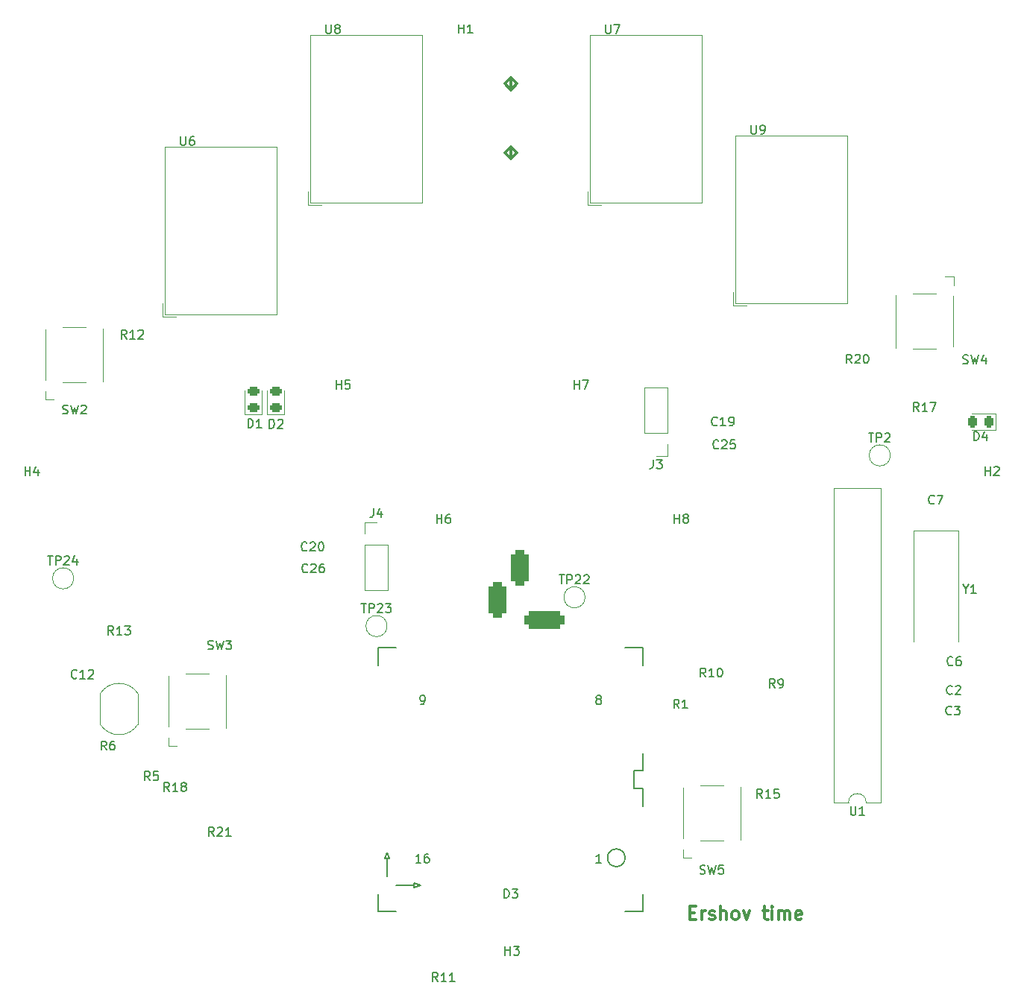
<source format=gbr>
%TF.GenerationSoftware,KiCad,Pcbnew,(6.0.5-0)*%
%TF.CreationDate,2022-07-19T01:27:06-07:00*%
%TF.ProjectId,clock_design,636c6f63-6b5f-4646-9573-69676e2e6b69,rev?*%
%TF.SameCoordinates,PX56c8cc0PY97a25c0*%
%TF.FileFunction,Legend,Top*%
%TF.FilePolarity,Positive*%
%FSLAX46Y46*%
G04 Gerber Fmt 4.6, Leading zero omitted, Abs format (unit mm)*
G04 Created by KiCad (PCBNEW (6.0.5-0)) date 2022-07-19 01:27:06*
%MOMM*%
%LPD*%
G01*
G04 APERTURE LIST*
G04 Aperture macros list*
%AMRoundRect*
0 Rectangle with rounded corners*
0 $1 Rounding radius*
0 $2 $3 $4 $5 $6 $7 $8 $9 X,Y pos of 4 corners*
0 Add a 4 corners polygon primitive as box body*
4,1,4,$2,$3,$4,$5,$6,$7,$8,$9,$2,$3,0*
0 Add four circle primitives for the rounded corners*
1,1,$1+$1,$2,$3*
1,1,$1+$1,$4,$5*
1,1,$1+$1,$6,$7*
1,1,$1+$1,$8,$9*
0 Add four rect primitives between the rounded corners*
20,1,$1+$1,$2,$3,$4,$5,0*
20,1,$1+$1,$4,$5,$6,$7,0*
20,1,$1+$1,$6,$7,$8,$9,0*
20,1,$1+$1,$8,$9,$2,$3,0*%
G04 Aperture macros list end*
%ADD10C,0.300000*%
%ADD11C,0.150000*%
%ADD12C,0.120000*%
%ADD13C,2.000000*%
%ADD14C,1.524000*%
%ADD15R,1.400000X1.600000*%
%ADD16R,1.700000X1.700000*%
%ADD17C,1.700000*%
%ADD18C,3.200000*%
%ADD19R,1.150000X1.400000*%
%ADD20R,1.400000X1.150000*%
%ADD21R,2.000000X4.500000*%
%ADD22RoundRect,0.243750X0.456250X-0.243750X0.456250X0.243750X-0.456250X0.243750X-0.456250X-0.243750X0*%
%ADD23RoundRect,0.243750X0.243750X0.456250X-0.243750X0.456250X-0.243750X-0.456250X0.243750X-0.456250X0*%
%ADD24O,1.700000X1.700000*%
%ADD25R,1.600000X1.600000*%
%ADD26O,1.600000X1.600000*%
%ADD27RoundRect,0.500000X-1.750000X-0.500000X1.750000X-0.500000X1.750000X0.500000X-1.750000X0.500000X0*%
%ADD28RoundRect,0.500000X0.500000X-1.500000X0.500000X1.500000X-0.500000X1.500000X-0.500000X-1.500000X0*%
%ADD29C,1.600000*%
%ADD30R,3.000000X3.000000*%
%ADD31C,3.000000*%
G04 APERTURE END LIST*
D10*
X58895185Y100115913D02*
X59609470Y99401627D01*
X58895185Y98687341D01*
X58180899Y99401627D01*
X58895185Y100115913D01*
X58895185Y98687341D01*
X58895185Y107973055D02*
X59609470Y107258770D01*
X58895185Y106544484D01*
X58180899Y107258770D01*
X58895185Y107973055D01*
X58895185Y106544484D01*
X79208571Y13057143D02*
X79708571Y13057143D01*
X79922857Y12271429D02*
X79208571Y12271429D01*
X79208571Y13771429D01*
X79922857Y13771429D01*
X80565714Y12271429D02*
X80565714Y13271429D01*
X80565714Y12985715D02*
X80637142Y13128572D01*
X80708571Y13200000D01*
X80851428Y13271429D01*
X80994285Y13271429D01*
X81422857Y12342858D02*
X81565714Y12271429D01*
X81851428Y12271429D01*
X81994285Y12342858D01*
X82065714Y12485715D01*
X82065714Y12557143D01*
X81994285Y12700000D01*
X81851428Y12771429D01*
X81637142Y12771429D01*
X81494285Y12842858D01*
X81422857Y12985715D01*
X81422857Y13057143D01*
X81494285Y13200000D01*
X81637142Y13271429D01*
X81851428Y13271429D01*
X81994285Y13200000D01*
X82708571Y12271429D02*
X82708571Y13771429D01*
X83351428Y12271429D02*
X83351428Y13057143D01*
X83280000Y13200000D01*
X83137142Y13271429D01*
X82922857Y13271429D01*
X82780000Y13200000D01*
X82708571Y13128572D01*
X84280000Y12271429D02*
X84137142Y12342858D01*
X84065714Y12414286D01*
X83994285Y12557143D01*
X83994285Y12985715D01*
X84065714Y13128572D01*
X84137142Y13200000D01*
X84280000Y13271429D01*
X84494285Y13271429D01*
X84637142Y13200000D01*
X84708571Y13128572D01*
X84780000Y12985715D01*
X84780000Y12557143D01*
X84708571Y12414286D01*
X84637142Y12342858D01*
X84494285Y12271429D01*
X84280000Y12271429D01*
X85280000Y13271429D02*
X85637142Y12271429D01*
X85994285Y13271429D01*
X87494285Y13271429D02*
X88065714Y13271429D01*
X87708571Y13771429D02*
X87708571Y12485715D01*
X87780000Y12342858D01*
X87922857Y12271429D01*
X88065714Y12271429D01*
X88565714Y12271429D02*
X88565714Y13271429D01*
X88565714Y13771429D02*
X88494285Y13700000D01*
X88565714Y13628572D01*
X88637142Y13700000D01*
X88565714Y13771429D01*
X88565714Y13628572D01*
X89280000Y12271429D02*
X89280000Y13271429D01*
X89280000Y13128572D02*
X89351428Y13200000D01*
X89494285Y13271429D01*
X89708571Y13271429D01*
X89851428Y13200000D01*
X89922857Y13057143D01*
X89922857Y12271429D01*
X89922857Y13057143D02*
X89994285Y13200000D01*
X90137142Y13271429D01*
X90351428Y13271429D01*
X90494285Y13200000D01*
X90565714Y13057143D01*
X90565714Y12271429D01*
X91851428Y12342858D02*
X91708571Y12271429D01*
X91422857Y12271429D01*
X91280000Y12342858D01*
X91208571Y12485715D01*
X91208571Y13057143D01*
X91280000Y13200000D01*
X91422857Y13271429D01*
X91708571Y13271429D01*
X91851428Y13200000D01*
X91922857Y13057143D01*
X91922857Y12914286D01*
X91208571Y12771429D01*
D11*
%TO.C,TP24*%
X6321904Y53595620D02*
X6893333Y53595620D01*
X6607619Y52595620D02*
X6607619Y53595620D01*
X7226666Y52595620D02*
X7226666Y53595620D01*
X7607619Y53595620D01*
X7702857Y53548000D01*
X7750476Y53500381D01*
X7798095Y53405143D01*
X7798095Y53262286D01*
X7750476Y53167048D01*
X7702857Y53119429D01*
X7607619Y53071810D01*
X7226666Y53071810D01*
X8179047Y53500381D02*
X8226666Y53548000D01*
X8321904Y53595620D01*
X8560000Y53595620D01*
X8655238Y53548000D01*
X8702857Y53500381D01*
X8750476Y53405143D01*
X8750476Y53309905D01*
X8702857Y53167048D01*
X8131428Y52595620D01*
X8750476Y52595620D01*
X9607619Y53262286D02*
X9607619Y52595620D01*
X9369523Y53643239D02*
X9131428Y52928953D01*
X9750476Y52928953D01*
%TO.C,TP23*%
X41899058Y48174415D02*
X42470487Y48174415D01*
X42184773Y47174415D02*
X42184773Y48174415D01*
X42803820Y47174415D02*
X42803820Y48174415D01*
X43184773Y48174415D01*
X43280011Y48126795D01*
X43327630Y48079176D01*
X43375249Y47983938D01*
X43375249Y47841081D01*
X43327630Y47745843D01*
X43280011Y47698224D01*
X43184773Y47650605D01*
X42803820Y47650605D01*
X43756201Y48079176D02*
X43803820Y48126795D01*
X43899058Y48174415D01*
X44137154Y48174415D01*
X44232392Y48126795D01*
X44280011Y48079176D01*
X44327630Y47983938D01*
X44327630Y47888700D01*
X44280011Y47745843D01*
X43708582Y47174415D01*
X44327630Y47174415D01*
X44660963Y48174415D02*
X45280011Y48174415D01*
X44946677Y47793462D01*
X45089534Y47793462D01*
X45184773Y47745843D01*
X45232392Y47698224D01*
X45280011Y47602986D01*
X45280011Y47364891D01*
X45232392Y47269653D01*
X45184773Y47222034D01*
X45089534Y47174415D01*
X44803820Y47174415D01*
X44708582Y47222034D01*
X44660963Y47269653D01*
%TO.C,TP22*%
X64375374Y51444155D02*
X64946803Y51444155D01*
X64661089Y50444155D02*
X64661089Y51444155D01*
X65280136Y50444155D02*
X65280136Y51444155D01*
X65661089Y51444155D01*
X65756327Y51396535D01*
X65803946Y51348916D01*
X65851565Y51253678D01*
X65851565Y51110821D01*
X65803946Y51015583D01*
X65756327Y50967964D01*
X65661089Y50920345D01*
X65280136Y50920345D01*
X66232517Y51348916D02*
X66280136Y51396535D01*
X66375374Y51444155D01*
X66613470Y51444155D01*
X66708708Y51396535D01*
X66756327Y51348916D01*
X66803946Y51253678D01*
X66803946Y51158440D01*
X66756327Y51015583D01*
X66184898Y50444155D01*
X66803946Y50444155D01*
X67184898Y51348916D02*
X67232517Y51396535D01*
X67327755Y51444155D01*
X67565850Y51444155D01*
X67661089Y51396535D01*
X67708708Y51348916D01*
X67756327Y51253678D01*
X67756327Y51158440D01*
X67708708Y51015583D01*
X67137279Y50444155D01*
X67756327Y50444155D01*
%TO.C,D3*%
X58121904Y14737620D02*
X58121904Y15737620D01*
X58360000Y15737620D01*
X58502857Y15690000D01*
X58598095Y15594762D01*
X58645714Y15499524D01*
X58693333Y15309048D01*
X58693333Y15166191D01*
X58645714Y14975715D01*
X58598095Y14880477D01*
X58502857Y14785239D01*
X58360000Y14737620D01*
X58121904Y14737620D01*
X59026666Y15737620D02*
X59645714Y15737620D01*
X59312380Y15356667D01*
X59455238Y15356667D01*
X59550476Y15309048D01*
X59598095Y15261429D01*
X59645714Y15166191D01*
X59645714Y14928096D01*
X59598095Y14832858D01*
X59550476Y14785239D01*
X59455238Y14737620D01*
X59169523Y14737620D01*
X59074285Y14785239D01*
X59026666Y14832858D01*
X69145714Y18737620D02*
X68574285Y18737620D01*
X68860000Y18737620D02*
X68860000Y19737620D01*
X68764761Y19594762D01*
X68669523Y19499524D01*
X68574285Y19451905D01*
X48669523Y18737620D02*
X48098095Y18737620D01*
X48383809Y18737620D02*
X48383809Y19737620D01*
X48288571Y19594762D01*
X48193333Y19499524D01*
X48098095Y19451905D01*
X49526666Y19737620D02*
X49336190Y19737620D01*
X49240952Y19690000D01*
X49193333Y19642381D01*
X49098095Y19499524D01*
X49050476Y19309048D01*
X49050476Y18928096D01*
X49098095Y18832858D01*
X49145714Y18785239D01*
X49240952Y18737620D01*
X49431428Y18737620D01*
X49526666Y18785239D01*
X49574285Y18832858D01*
X49621904Y18928096D01*
X49621904Y19166191D01*
X49574285Y19261429D01*
X49526666Y19309048D01*
X49431428Y19356667D01*
X49240952Y19356667D01*
X49145714Y19309048D01*
X49098095Y19261429D01*
X49050476Y19166191D01*
X48669523Y36737620D02*
X48860000Y36737620D01*
X48955238Y36785239D01*
X49002857Y36832858D01*
X49098095Y36975715D01*
X49145714Y37166191D01*
X49145714Y37547143D01*
X49098095Y37642381D01*
X49050476Y37690000D01*
X48955238Y37737620D01*
X48764761Y37737620D01*
X48669523Y37690000D01*
X48621904Y37642381D01*
X48574285Y37547143D01*
X48574285Y37309048D01*
X48621904Y37213810D01*
X48669523Y37166191D01*
X48764761Y37118572D01*
X48955238Y37118572D01*
X49050476Y37166191D01*
X49098095Y37213810D01*
X49145714Y37309048D01*
X68764761Y37309048D02*
X68669523Y37356667D01*
X68621904Y37404286D01*
X68574285Y37499524D01*
X68574285Y37547143D01*
X68621904Y37642381D01*
X68669523Y37690000D01*
X68764761Y37737620D01*
X68955238Y37737620D01*
X69050476Y37690000D01*
X69098095Y37642381D01*
X69145714Y37547143D01*
X69145714Y37499524D01*
X69098095Y37404286D01*
X69050476Y37356667D01*
X68955238Y37309048D01*
X68764761Y37309048D01*
X68669523Y37261429D01*
X68621904Y37213810D01*
X68574285Y37118572D01*
X68574285Y36928096D01*
X68621904Y36832858D01*
X68669523Y36785239D01*
X68764761Y36737620D01*
X68955238Y36737620D01*
X69050476Y36785239D01*
X69098095Y36832858D01*
X69145714Y36928096D01*
X69145714Y37118572D01*
X69098095Y37213810D01*
X69050476Y37261429D01*
X68955238Y37309048D01*
%TO.C,SW2*%
X8018950Y69776116D02*
X8161807Y69728497D01*
X8399903Y69728497D01*
X8495141Y69776116D01*
X8542760Y69823735D01*
X8590379Y69918973D01*
X8590379Y70014211D01*
X8542760Y70109449D01*
X8495141Y70157068D01*
X8399903Y70204687D01*
X8209426Y70252306D01*
X8114188Y70299925D01*
X8066569Y70347544D01*
X8018950Y70442782D01*
X8018950Y70538020D01*
X8066569Y70633258D01*
X8114188Y70680877D01*
X8209426Y70728497D01*
X8447522Y70728497D01*
X8590379Y70680877D01*
X8923712Y70728497D02*
X9161807Y69728497D01*
X9352284Y70442782D01*
X9542760Y69728497D01*
X9780855Y70728497D01*
X10114188Y70633258D02*
X10161807Y70680877D01*
X10257045Y70728497D01*
X10495141Y70728497D01*
X10590379Y70680877D01*
X10637998Y70633258D01*
X10685617Y70538020D01*
X10685617Y70442782D01*
X10637998Y70299925D01*
X10066569Y69728497D01*
X10685617Y69728497D01*
%TO.C,U6*%
X21395095Y101254620D02*
X21395095Y100445096D01*
X21442714Y100349858D01*
X21490333Y100302239D01*
X21585571Y100254620D01*
X21776047Y100254620D01*
X21871285Y100302239D01*
X21918904Y100349858D01*
X21966523Y100445096D01*
X21966523Y101254620D01*
X22871285Y101254620D02*
X22680809Y101254620D01*
X22585571Y101207000D01*
X22537952Y101159381D01*
X22442714Y101016524D01*
X22395095Y100826048D01*
X22395095Y100445096D01*
X22442714Y100349858D01*
X22490333Y100302239D01*
X22585571Y100254620D01*
X22776047Y100254620D01*
X22871285Y100302239D01*
X22918904Y100349858D01*
X22966523Y100445096D01*
X22966523Y100683191D01*
X22918904Y100778429D01*
X22871285Y100826048D01*
X22776047Y100873667D01*
X22585571Y100873667D01*
X22490333Y100826048D01*
X22442714Y100778429D01*
X22395095Y100683191D01*
%TO.C,H4*%
X3738095Y62747620D02*
X3738095Y63747620D01*
X3738095Y63271429D02*
X4309523Y63271429D01*
X4309523Y62747620D02*
X4309523Y63747620D01*
X5214285Y63414286D02*
X5214285Y62747620D01*
X4976190Y63795239D02*
X4738095Y63080953D01*
X5357142Y63080953D01*
%TO.C,U8*%
X37905095Y113954620D02*
X37905095Y113145096D01*
X37952714Y113049858D01*
X38000333Y113002239D01*
X38095571Y112954620D01*
X38286047Y112954620D01*
X38381285Y113002239D01*
X38428904Y113049858D01*
X38476523Y113145096D01*
X38476523Y113954620D01*
X39095571Y113526048D02*
X39000333Y113573667D01*
X38952714Y113621286D01*
X38905095Y113716524D01*
X38905095Y113764143D01*
X38952714Y113859381D01*
X39000333Y113907000D01*
X39095571Y113954620D01*
X39286047Y113954620D01*
X39381285Y113907000D01*
X39428904Y113859381D01*
X39476523Y113764143D01*
X39476523Y113716524D01*
X39428904Y113621286D01*
X39381285Y113573667D01*
X39286047Y113526048D01*
X39095571Y113526048D01*
X39000333Y113478429D01*
X38952714Y113430810D01*
X38905095Y113335572D01*
X38905095Y113145096D01*
X38952714Y113049858D01*
X39000333Y113002239D01*
X39095571Y112954620D01*
X39286047Y112954620D01*
X39381285Y113002239D01*
X39428904Y113049858D01*
X39476523Y113145096D01*
X39476523Y113335572D01*
X39428904Y113430810D01*
X39381285Y113478429D01*
X39286047Y113526048D01*
%TO.C,C3*%
X108912246Y35627931D02*
X108864627Y35580312D01*
X108721770Y35532693D01*
X108626532Y35532693D01*
X108483674Y35580312D01*
X108388436Y35675550D01*
X108340817Y35770788D01*
X108293198Y35961264D01*
X108293198Y36104121D01*
X108340817Y36294597D01*
X108388436Y36389835D01*
X108483674Y36485073D01*
X108626532Y36532693D01*
X108721770Y36532693D01*
X108864627Y36485073D01*
X108912246Y36437454D01*
X109245579Y36532693D02*
X109864627Y36532693D01*
X109531293Y36151740D01*
X109674151Y36151740D01*
X109769389Y36104121D01*
X109817008Y36056502D01*
X109864627Y35961264D01*
X109864627Y35723169D01*
X109817008Y35627931D01*
X109769389Y35580312D01*
X109674151Y35532693D01*
X109388436Y35532693D01*
X109293198Y35580312D01*
X109245579Y35627931D01*
%TO.C,R21*%
X25197142Y21767620D02*
X24863809Y22243810D01*
X24625714Y21767620D02*
X24625714Y22767620D01*
X25006666Y22767620D01*
X25101904Y22720000D01*
X25149523Y22672381D01*
X25197142Y22577143D01*
X25197142Y22434286D01*
X25149523Y22339048D01*
X25101904Y22291429D01*
X25006666Y22243810D01*
X24625714Y22243810D01*
X25578095Y22672381D02*
X25625714Y22720000D01*
X25720952Y22767620D01*
X25959047Y22767620D01*
X26054285Y22720000D01*
X26101904Y22672381D01*
X26149523Y22577143D01*
X26149523Y22481905D01*
X26101904Y22339048D01*
X25530476Y21767620D01*
X26149523Y21767620D01*
X27101904Y21767620D02*
X26530476Y21767620D01*
X26816190Y21767620D02*
X26816190Y22767620D01*
X26720952Y22624762D01*
X26625714Y22529524D01*
X26530476Y22481905D01*
%TO.C,TP2*%
X99508095Y67565620D02*
X100079523Y67565620D01*
X99793809Y66565620D02*
X99793809Y67565620D01*
X100412857Y66565620D02*
X100412857Y67565620D01*
X100793809Y67565620D01*
X100889047Y67518000D01*
X100936666Y67470381D01*
X100984285Y67375143D01*
X100984285Y67232286D01*
X100936666Y67137048D01*
X100889047Y67089429D01*
X100793809Y67041810D01*
X100412857Y67041810D01*
X101365238Y67470381D02*
X101412857Y67518000D01*
X101508095Y67565620D01*
X101746190Y67565620D01*
X101841428Y67518000D01*
X101889047Y67470381D01*
X101936666Y67375143D01*
X101936666Y67279905D01*
X101889047Y67137048D01*
X101317619Y66565620D01*
X101936666Y66565620D01*
%TO.C,C12*%
X9599817Y39757432D02*
X9552198Y39709813D01*
X9409341Y39662194D01*
X9314103Y39662194D01*
X9171246Y39709813D01*
X9076008Y39805051D01*
X9028389Y39900289D01*
X8980770Y40090765D01*
X8980770Y40233622D01*
X9028389Y40424098D01*
X9076008Y40519336D01*
X9171246Y40614574D01*
X9314103Y40662194D01*
X9409341Y40662194D01*
X9552198Y40614574D01*
X9599817Y40566955D01*
X10552198Y39662194D02*
X9980770Y39662194D01*
X10266484Y39662194D02*
X10266484Y40662194D01*
X10171246Y40519336D01*
X10076008Y40424098D01*
X9980770Y40376479D01*
X10933151Y40566955D02*
X10980770Y40614574D01*
X11076008Y40662194D01*
X11314103Y40662194D01*
X11409341Y40614574D01*
X11456960Y40566955D01*
X11504579Y40471717D01*
X11504579Y40376479D01*
X11456960Y40233622D01*
X10885532Y39662194D01*
X11504579Y39662194D01*
%TO.C,H7*%
X66068095Y72577620D02*
X66068095Y73577620D01*
X66068095Y73101429D02*
X66639523Y73101429D01*
X66639523Y72577620D02*
X66639523Y73577620D01*
X67020476Y73577620D02*
X67687142Y73577620D01*
X67258571Y72577620D01*
%TO.C,Y1*%
X110518844Y49832338D02*
X110518844Y49356148D01*
X110185511Y50356148D02*
X110518844Y49832338D01*
X110852177Y50356148D01*
X111709320Y49356148D02*
X111137892Y49356148D01*
X111423606Y49356148D02*
X111423606Y50356148D01*
X111328368Y50213290D01*
X111233130Y50118052D01*
X111137892Y50070433D01*
%TO.C,C7*%
X106953333Y59579461D02*
X106905714Y59531842D01*
X106762857Y59484223D01*
X106667619Y59484223D01*
X106524761Y59531842D01*
X106429523Y59627080D01*
X106381904Y59722318D01*
X106334285Y59912794D01*
X106334285Y60055651D01*
X106381904Y60246127D01*
X106429523Y60341365D01*
X106524761Y60436603D01*
X106667619Y60484223D01*
X106762857Y60484223D01*
X106905714Y60436603D01*
X106953333Y60388984D01*
X107286666Y60484223D02*
X107953333Y60484223D01*
X107524761Y59484223D01*
%TO.C,D1*%
X29065013Y68162656D02*
X29065013Y69162656D01*
X29303109Y69162656D01*
X29445966Y69115036D01*
X29541204Y69019798D01*
X29588823Y68924560D01*
X29636442Y68734084D01*
X29636442Y68591227D01*
X29588823Y68400751D01*
X29541204Y68305513D01*
X29445966Y68210275D01*
X29303109Y68162656D01*
X29065013Y68162656D01*
X30588823Y68162656D02*
X30017394Y68162656D01*
X30303109Y68162656D02*
X30303109Y69162656D01*
X30207870Y69019798D01*
X30112632Y68924560D01*
X30017394Y68876941D01*
%TO.C,R10*%
X80994445Y39843969D02*
X80661112Y40320159D01*
X80423017Y39843969D02*
X80423017Y40843969D01*
X80803969Y40843969D01*
X80899207Y40796349D01*
X80946826Y40748730D01*
X80994445Y40653492D01*
X80994445Y40510635D01*
X80946826Y40415397D01*
X80899207Y40367778D01*
X80803969Y40320159D01*
X80423017Y40320159D01*
X81946826Y39843969D02*
X81375398Y39843969D01*
X81661112Y39843969D02*
X81661112Y40843969D01*
X81565874Y40701111D01*
X81470636Y40605873D01*
X81375398Y40558254D01*
X82565874Y40843969D02*
X82661112Y40843969D01*
X82756350Y40796349D01*
X82803969Y40748730D01*
X82851588Y40653492D01*
X82899207Y40463016D01*
X82899207Y40224921D01*
X82851588Y40034445D01*
X82803969Y39939207D01*
X82756350Y39891588D01*
X82661112Y39843969D01*
X82565874Y39843969D01*
X82470636Y39891588D01*
X82423017Y39939207D01*
X82375398Y40034445D01*
X82327779Y40224921D01*
X82327779Y40463016D01*
X82375398Y40653492D01*
X82423017Y40748730D01*
X82470636Y40796349D01*
X82565874Y40843969D01*
%TO.C,C6*%
X109049112Y41239433D02*
X109001493Y41191814D01*
X108858636Y41144195D01*
X108763398Y41144195D01*
X108620540Y41191814D01*
X108525302Y41287052D01*
X108477683Y41382290D01*
X108430064Y41572766D01*
X108430064Y41715623D01*
X108477683Y41906099D01*
X108525302Y42001337D01*
X108620540Y42096575D01*
X108763398Y42144195D01*
X108858636Y42144195D01*
X109001493Y42096575D01*
X109049112Y42048956D01*
X109906255Y42144195D02*
X109715779Y42144195D01*
X109620540Y42096575D01*
X109572921Y42048956D01*
X109477683Y41906099D01*
X109430064Y41715623D01*
X109430064Y41334671D01*
X109477683Y41239433D01*
X109525302Y41191814D01*
X109620540Y41144195D01*
X109811017Y41144195D01*
X109906255Y41191814D01*
X109953874Y41239433D01*
X110001493Y41334671D01*
X110001493Y41572766D01*
X109953874Y41668004D01*
X109906255Y41715623D01*
X109811017Y41763242D01*
X109620540Y41763242D01*
X109525302Y41715623D01*
X109477683Y41668004D01*
X109430064Y41572766D01*
%TO.C,R18*%
X20117142Y26847620D02*
X19783809Y27323810D01*
X19545714Y26847620D02*
X19545714Y27847620D01*
X19926666Y27847620D01*
X20021904Y27800000D01*
X20069523Y27752381D01*
X20117142Y27657143D01*
X20117142Y27514286D01*
X20069523Y27419048D01*
X20021904Y27371429D01*
X19926666Y27323810D01*
X19545714Y27323810D01*
X21069523Y26847620D02*
X20498095Y26847620D01*
X20783809Y26847620D02*
X20783809Y27847620D01*
X20688571Y27704762D01*
X20593333Y27609524D01*
X20498095Y27561905D01*
X21640952Y27419048D02*
X21545714Y27466667D01*
X21498095Y27514286D01*
X21450476Y27609524D01*
X21450476Y27657143D01*
X21498095Y27752381D01*
X21545714Y27800000D01*
X21640952Y27847620D01*
X21831428Y27847620D01*
X21926666Y27800000D01*
X21974285Y27752381D01*
X22021904Y27657143D01*
X22021904Y27609524D01*
X21974285Y27514286D01*
X21926666Y27466667D01*
X21831428Y27419048D01*
X21640952Y27419048D01*
X21545714Y27371429D01*
X21498095Y27323810D01*
X21450476Y27228572D01*
X21450476Y27038096D01*
X21498095Y26942858D01*
X21545714Y26895239D01*
X21640952Y26847620D01*
X21831428Y26847620D01*
X21926666Y26895239D01*
X21974285Y26942858D01*
X22021904Y27038096D01*
X22021904Y27228572D01*
X21974285Y27323810D01*
X21926666Y27371429D01*
X21831428Y27419048D01*
%TO.C,H5*%
X39068095Y72577620D02*
X39068095Y73577620D01*
X39068095Y73101429D02*
X39639523Y73101429D01*
X39639523Y72577620D02*
X39639523Y73577620D01*
X40591904Y73577620D02*
X40115714Y73577620D01*
X40068095Y73101429D01*
X40115714Y73149048D01*
X40210952Y73196667D01*
X40449047Y73196667D01*
X40544285Y73149048D01*
X40591904Y73101429D01*
X40639523Y73006191D01*
X40639523Y72768096D01*
X40591904Y72672858D01*
X40544285Y72625239D01*
X40449047Y72577620D01*
X40210952Y72577620D01*
X40115714Y72625239D01*
X40068095Y72672858D01*
%TO.C,R5*%
X17929247Y28095589D02*
X17595914Y28571779D01*
X17357818Y28095589D02*
X17357818Y29095589D01*
X17738771Y29095589D01*
X17834009Y29047969D01*
X17881628Y29000350D01*
X17929247Y28905112D01*
X17929247Y28762255D01*
X17881628Y28667017D01*
X17834009Y28619398D01*
X17738771Y28571779D01*
X17357818Y28571779D01*
X18834009Y29095589D02*
X18357818Y29095589D01*
X18310199Y28619398D01*
X18357818Y28667017D01*
X18453056Y28714636D01*
X18691152Y28714636D01*
X18786390Y28667017D01*
X18834009Y28619398D01*
X18881628Y28524160D01*
X18881628Y28286065D01*
X18834009Y28190827D01*
X18786390Y28143208D01*
X18691152Y28095589D01*
X18453056Y28095589D01*
X18357818Y28143208D01*
X18310199Y28190827D01*
%TO.C,H6*%
X50468095Y57337620D02*
X50468095Y58337620D01*
X50468095Y57861429D02*
X51039523Y57861429D01*
X51039523Y57337620D02*
X51039523Y58337620D01*
X51944285Y58337620D02*
X51753809Y58337620D01*
X51658571Y58290000D01*
X51610952Y58242381D01*
X51515714Y58099524D01*
X51468095Y57909048D01*
X51468095Y57528096D01*
X51515714Y57432858D01*
X51563333Y57385239D01*
X51658571Y57337620D01*
X51849047Y57337620D01*
X51944285Y57385239D01*
X51991904Y57432858D01*
X52039523Y57528096D01*
X52039523Y57766191D01*
X51991904Y57861429D01*
X51944285Y57909048D01*
X51849047Y57956667D01*
X51658571Y57956667D01*
X51563333Y57909048D01*
X51515714Y57861429D01*
X51468095Y57766191D01*
%TO.C,C2*%
X108980679Y37954651D02*
X108933060Y37907032D01*
X108790203Y37859413D01*
X108694965Y37859413D01*
X108552107Y37907032D01*
X108456869Y38002270D01*
X108409250Y38097508D01*
X108361631Y38287984D01*
X108361631Y38430841D01*
X108409250Y38621317D01*
X108456869Y38716555D01*
X108552107Y38811793D01*
X108694965Y38859413D01*
X108790203Y38859413D01*
X108933060Y38811793D01*
X108980679Y38764174D01*
X109361631Y38764174D02*
X109409250Y38811793D01*
X109504488Y38859413D01*
X109742584Y38859413D01*
X109837822Y38811793D01*
X109885441Y38764174D01*
X109933060Y38668936D01*
X109933060Y38573698D01*
X109885441Y38430841D01*
X109314012Y37859413D01*
X109933060Y37859413D01*
%TO.C,SW5*%
X80372402Y17514016D02*
X80515259Y17466397D01*
X80753355Y17466397D01*
X80848593Y17514016D01*
X80896212Y17561635D01*
X80943831Y17656873D01*
X80943831Y17752111D01*
X80896212Y17847349D01*
X80848593Y17894968D01*
X80753355Y17942587D01*
X80562878Y17990206D01*
X80467640Y18037825D01*
X80420021Y18085444D01*
X80372402Y18180682D01*
X80372402Y18275920D01*
X80420021Y18371158D01*
X80467640Y18418777D01*
X80562878Y18466397D01*
X80800974Y18466397D01*
X80943831Y18418777D01*
X81277164Y18466397D02*
X81515259Y17466397D01*
X81705736Y18180682D01*
X81896212Y17466397D01*
X82134307Y18466397D01*
X82991450Y18466397D02*
X82515259Y18466397D01*
X82467640Y17990206D01*
X82515259Y18037825D01*
X82610497Y18085444D01*
X82848593Y18085444D01*
X82943831Y18037825D01*
X82991450Y17990206D01*
X83039069Y17894968D01*
X83039069Y17656873D01*
X82991450Y17561635D01*
X82943831Y17514016D01*
X82848593Y17466397D01*
X82610497Y17466397D01*
X82515259Y17514016D01*
X82467640Y17561635D01*
%TO.C,R13*%
X13767142Y44627620D02*
X13433809Y45103810D01*
X13195714Y44627620D02*
X13195714Y45627620D01*
X13576666Y45627620D01*
X13671904Y45580000D01*
X13719523Y45532381D01*
X13767142Y45437143D01*
X13767142Y45294286D01*
X13719523Y45199048D01*
X13671904Y45151429D01*
X13576666Y45103810D01*
X13195714Y45103810D01*
X14719523Y44627620D02*
X14148095Y44627620D01*
X14433809Y44627620D02*
X14433809Y45627620D01*
X14338571Y45484762D01*
X14243333Y45389524D01*
X14148095Y45341905D01*
X15052857Y45627620D02*
X15671904Y45627620D01*
X15338571Y45246667D01*
X15481428Y45246667D01*
X15576666Y45199048D01*
X15624285Y45151429D01*
X15671904Y45056191D01*
X15671904Y44818096D01*
X15624285Y44722858D01*
X15576666Y44675239D01*
X15481428Y44627620D01*
X15195714Y44627620D01*
X15100476Y44675239D01*
X15052857Y44722858D01*
%TO.C,H2*%
X112738095Y62747620D02*
X112738095Y63747620D01*
X112738095Y63271429D02*
X113309523Y63271429D01*
X113309523Y62747620D02*
X113309523Y63747620D01*
X113738095Y63652381D02*
X113785714Y63700000D01*
X113880952Y63747620D01*
X114119047Y63747620D01*
X114214285Y63700000D01*
X114261904Y63652381D01*
X114309523Y63557143D01*
X114309523Y63461905D01*
X114261904Y63319048D01*
X113690476Y62747620D01*
X114309523Y62747620D01*
%TO.C,R12*%
X15257486Y78269445D02*
X14924153Y78745635D01*
X14686058Y78269445D02*
X14686058Y79269445D01*
X15067010Y79269445D01*
X15162248Y79221825D01*
X15209867Y79174206D01*
X15257486Y79078968D01*
X15257486Y78936111D01*
X15209867Y78840873D01*
X15162248Y78793254D01*
X15067010Y78745635D01*
X14686058Y78745635D01*
X16209867Y78269445D02*
X15638439Y78269445D01*
X15924153Y78269445D02*
X15924153Y79269445D01*
X15828915Y79126587D01*
X15733677Y79031349D01*
X15638439Y78983730D01*
X16590820Y79174206D02*
X16638439Y79221825D01*
X16733677Y79269445D01*
X16971772Y79269445D01*
X17067010Y79221825D01*
X17114629Y79174206D01*
X17162248Y79078968D01*
X17162248Y78983730D01*
X17114629Y78840873D01*
X16543201Y78269445D01*
X17162248Y78269445D01*
%TO.C,D4*%
X111461904Y66727620D02*
X111461904Y67727620D01*
X111700000Y67727620D01*
X111842857Y67680000D01*
X111938095Y67584762D01*
X111985714Y67489524D01*
X112033333Y67299048D01*
X112033333Y67156191D01*
X111985714Y66965715D01*
X111938095Y66870477D01*
X111842857Y66775239D01*
X111700000Y66727620D01*
X111461904Y66727620D01*
X112890476Y67394286D02*
X112890476Y66727620D01*
X112652380Y67775239D02*
X112414285Y67060953D01*
X113033333Y67060953D01*
%TO.C,H3*%
X58238095Y8247620D02*
X58238095Y9247620D01*
X58238095Y8771429D02*
X58809523Y8771429D01*
X58809523Y8247620D02*
X58809523Y9247620D01*
X59190476Y9247620D02*
X59809523Y9247620D01*
X59476190Y8866667D01*
X59619047Y8866667D01*
X59714285Y8819048D01*
X59761904Y8771429D01*
X59809523Y8676191D01*
X59809523Y8438096D01*
X59761904Y8342858D01*
X59714285Y8295239D01*
X59619047Y8247620D01*
X59333333Y8247620D01*
X59238095Y8295239D01*
X59190476Y8342858D01*
%TO.C,R20*%
X97587142Y75491960D02*
X97253809Y75968150D01*
X97015714Y75491960D02*
X97015714Y76491960D01*
X97396666Y76491960D01*
X97491904Y76444340D01*
X97539523Y76396721D01*
X97587142Y76301483D01*
X97587142Y76158626D01*
X97539523Y76063388D01*
X97491904Y76015769D01*
X97396666Y75968150D01*
X97015714Y75968150D01*
X97968095Y76396721D02*
X98015714Y76444340D01*
X98110952Y76491960D01*
X98349047Y76491960D01*
X98444285Y76444340D01*
X98491904Y76396721D01*
X98539523Y76301483D01*
X98539523Y76206245D01*
X98491904Y76063388D01*
X97920476Y75491960D01*
X98539523Y75491960D01*
X99158571Y76491960D02*
X99253809Y76491960D01*
X99349047Y76444340D01*
X99396666Y76396721D01*
X99444285Y76301483D01*
X99491904Y76111007D01*
X99491904Y75872912D01*
X99444285Y75682436D01*
X99396666Y75587198D01*
X99349047Y75539579D01*
X99253809Y75491960D01*
X99158571Y75491960D01*
X99063333Y75539579D01*
X99015714Y75587198D01*
X98968095Y75682436D01*
X98920476Y75872912D01*
X98920476Y76111007D01*
X98968095Y76301483D01*
X99015714Y76396721D01*
X99063333Y76444340D01*
X99158571Y76491960D01*
%TO.C,R15*%
X87427142Y26087620D02*
X87093809Y26563810D01*
X86855714Y26087620D02*
X86855714Y27087620D01*
X87236666Y27087620D01*
X87331904Y27040000D01*
X87379523Y26992381D01*
X87427142Y26897143D01*
X87427142Y26754286D01*
X87379523Y26659048D01*
X87331904Y26611429D01*
X87236666Y26563810D01*
X86855714Y26563810D01*
X88379523Y26087620D02*
X87808095Y26087620D01*
X88093809Y26087620D02*
X88093809Y27087620D01*
X87998571Y26944762D01*
X87903333Y26849524D01*
X87808095Y26801905D01*
X89284285Y27087620D02*
X88808095Y27087620D01*
X88760476Y26611429D01*
X88808095Y26659048D01*
X88903333Y26706667D01*
X89141428Y26706667D01*
X89236666Y26659048D01*
X89284285Y26611429D01*
X89331904Y26516191D01*
X89331904Y26278096D01*
X89284285Y26182858D01*
X89236666Y26135239D01*
X89141428Y26087620D01*
X88903333Y26087620D01*
X88808095Y26135239D01*
X88760476Y26182858D01*
%TO.C,J3*%
X75036666Y64522620D02*
X75036666Y63808334D01*
X74989047Y63665477D01*
X74893809Y63570239D01*
X74750952Y63522620D01*
X74655714Y63522620D01*
X75417619Y64522620D02*
X76036666Y64522620D01*
X75703333Y64141667D01*
X75846190Y64141667D01*
X75941428Y64094048D01*
X75989047Y64046429D01*
X76036666Y63951191D01*
X76036666Y63713096D01*
X75989047Y63617858D01*
X75941428Y63570239D01*
X75846190Y63522620D01*
X75560476Y63522620D01*
X75465238Y63570239D01*
X75417619Y63617858D01*
%TO.C,U1*%
X97458095Y25147620D02*
X97458095Y24338096D01*
X97505714Y24242858D01*
X97553333Y24195239D01*
X97648571Y24147620D01*
X97839047Y24147620D01*
X97934285Y24195239D01*
X97981904Y24242858D01*
X98029523Y24338096D01*
X98029523Y25147620D01*
X99029523Y24147620D02*
X98458095Y24147620D01*
X98743809Y24147620D02*
X98743809Y25147620D01*
X98648571Y25004762D01*
X98553333Y24909524D01*
X98458095Y24861905D01*
%TO.C,R17*%
X105207142Y70027620D02*
X104873809Y70503810D01*
X104635714Y70027620D02*
X104635714Y71027620D01*
X105016666Y71027620D01*
X105111904Y70980000D01*
X105159523Y70932381D01*
X105207142Y70837143D01*
X105207142Y70694286D01*
X105159523Y70599048D01*
X105111904Y70551429D01*
X105016666Y70503810D01*
X104635714Y70503810D01*
X106159523Y70027620D02*
X105588095Y70027620D01*
X105873809Y70027620D02*
X105873809Y71027620D01*
X105778571Y70884762D01*
X105683333Y70789524D01*
X105588095Y70741905D01*
X106492857Y71027620D02*
X107159523Y71027620D01*
X106730952Y70027620D01*
%TO.C,H1*%
X52988095Y112997620D02*
X52988095Y113997620D01*
X52988095Y113521429D02*
X53559523Y113521429D01*
X53559523Y112997620D02*
X53559523Y113997620D01*
X54559523Y112997620D02*
X53988095Y112997620D01*
X54273809Y112997620D02*
X54273809Y113997620D01*
X54178571Y113854762D01*
X54083333Y113759524D01*
X53988095Y113711905D01*
%TO.C,U9*%
X86165095Y102524620D02*
X86165095Y101715096D01*
X86212714Y101619858D01*
X86260333Y101572239D01*
X86355571Y101524620D01*
X86546047Y101524620D01*
X86641285Y101572239D01*
X86688904Y101619858D01*
X86736523Y101715096D01*
X86736523Y102524620D01*
X87260333Y101524620D02*
X87450809Y101524620D01*
X87546047Y101572239D01*
X87593666Y101619858D01*
X87688904Y101762715D01*
X87736523Y101953191D01*
X87736523Y102334143D01*
X87688904Y102429381D01*
X87641285Y102477000D01*
X87546047Y102524620D01*
X87355571Y102524620D01*
X87260333Y102477000D01*
X87212714Y102429381D01*
X87165095Y102334143D01*
X87165095Y102096048D01*
X87212714Y102000810D01*
X87260333Y101953191D01*
X87355571Y101905572D01*
X87546047Y101905572D01*
X87641285Y101953191D01*
X87688904Y102000810D01*
X87736523Y102096048D01*
%TO.C,C19*%
X82308445Y68471709D02*
X82260826Y68424090D01*
X82117969Y68376471D01*
X82022731Y68376471D01*
X81879874Y68424090D01*
X81784636Y68519328D01*
X81737017Y68614566D01*
X81689398Y68805042D01*
X81689398Y68947899D01*
X81737017Y69138375D01*
X81784636Y69233613D01*
X81879874Y69328851D01*
X82022731Y69376471D01*
X82117969Y69376471D01*
X82260826Y69328851D01*
X82308445Y69281232D01*
X83260826Y68376471D02*
X82689398Y68376471D01*
X82975112Y68376471D02*
X82975112Y69376471D01*
X82879874Y69233613D01*
X82784636Y69138375D01*
X82689398Y69090756D01*
X83737017Y68376471D02*
X83927493Y68376471D01*
X84022731Y68424090D01*
X84070350Y68471709D01*
X84165588Y68614566D01*
X84213207Y68805042D01*
X84213207Y69185994D01*
X84165588Y69281232D01*
X84117969Y69328851D01*
X84022731Y69376471D01*
X83832255Y69376471D01*
X83737017Y69328851D01*
X83689398Y69281232D01*
X83641779Y69185994D01*
X83641779Y68947899D01*
X83689398Y68852661D01*
X83737017Y68805042D01*
X83832255Y68757423D01*
X84022731Y68757423D01*
X84117969Y68805042D01*
X84165588Y68852661D01*
X84213207Y68947899D01*
%TO.C,SW3*%
X24506666Y43025239D02*
X24649523Y42977620D01*
X24887619Y42977620D01*
X24982857Y43025239D01*
X25030476Y43072858D01*
X25078095Y43168096D01*
X25078095Y43263334D01*
X25030476Y43358572D01*
X24982857Y43406191D01*
X24887619Y43453810D01*
X24697142Y43501429D01*
X24601904Y43549048D01*
X24554285Y43596667D01*
X24506666Y43691905D01*
X24506666Y43787143D01*
X24554285Y43882381D01*
X24601904Y43930000D01*
X24697142Y43977620D01*
X24935238Y43977620D01*
X25078095Y43930000D01*
X25411428Y43977620D02*
X25649523Y42977620D01*
X25840000Y43691905D01*
X26030476Y42977620D01*
X26268571Y43977620D01*
X26554285Y43977620D02*
X27173333Y43977620D01*
X26840000Y43596667D01*
X26982857Y43596667D01*
X27078095Y43549048D01*
X27125714Y43501429D01*
X27173333Y43406191D01*
X27173333Y43168096D01*
X27125714Y43072858D01*
X27078095Y43025239D01*
X26982857Y42977620D01*
X26697142Y42977620D01*
X26601904Y43025239D01*
X26554285Y43072858D01*
%TO.C,C26*%
X35812189Y51792043D02*
X35764570Y51744424D01*
X35621713Y51696805D01*
X35526475Y51696805D01*
X35383618Y51744424D01*
X35288380Y51839662D01*
X35240761Y51934900D01*
X35193142Y52125376D01*
X35193142Y52268233D01*
X35240761Y52458709D01*
X35288380Y52553947D01*
X35383618Y52649185D01*
X35526475Y52696805D01*
X35621713Y52696805D01*
X35764570Y52649185D01*
X35812189Y52601566D01*
X36193142Y52601566D02*
X36240761Y52649185D01*
X36335999Y52696805D01*
X36574094Y52696805D01*
X36669332Y52649185D01*
X36716951Y52601566D01*
X36764570Y52506328D01*
X36764570Y52411090D01*
X36716951Y52268233D01*
X36145523Y51696805D01*
X36764570Y51696805D01*
X37621713Y52696805D02*
X37431237Y52696805D01*
X37335999Y52649185D01*
X37288380Y52601566D01*
X37193142Y52458709D01*
X37145523Y52268233D01*
X37145523Y51887281D01*
X37193142Y51792043D01*
X37240761Y51744424D01*
X37335999Y51696805D01*
X37526475Y51696805D01*
X37621713Y51744424D01*
X37669332Y51792043D01*
X37716951Y51887281D01*
X37716951Y52125376D01*
X37669332Y52220614D01*
X37621713Y52268233D01*
X37526475Y52315852D01*
X37335999Y52315852D01*
X37240761Y52268233D01*
X37193142Y52220614D01*
X37145523Y52125376D01*
%TO.C,R11*%
X50597142Y5257620D02*
X50263809Y5733810D01*
X50025714Y5257620D02*
X50025714Y6257620D01*
X50406666Y6257620D01*
X50501904Y6210000D01*
X50549523Y6162381D01*
X50597142Y6067143D01*
X50597142Y5924286D01*
X50549523Y5829048D01*
X50501904Y5781429D01*
X50406666Y5733810D01*
X50025714Y5733810D01*
X51549523Y5257620D02*
X50978095Y5257620D01*
X51263809Y5257620D02*
X51263809Y6257620D01*
X51168571Y6114762D01*
X51073333Y6019524D01*
X50978095Y5971905D01*
X52501904Y5257620D02*
X51930476Y5257620D01*
X52216190Y5257620D02*
X52216190Y6257620D01*
X52120952Y6114762D01*
X52025714Y6019524D01*
X51930476Y5971905D01*
%TO.C,D2*%
X31484949Y68115207D02*
X31484949Y69115207D01*
X31723045Y69115207D01*
X31865902Y69067587D01*
X31961140Y68972349D01*
X32008759Y68877111D01*
X32056378Y68686635D01*
X32056378Y68543778D01*
X32008759Y68353302D01*
X31961140Y68258064D01*
X31865902Y68162826D01*
X31723045Y68115207D01*
X31484949Y68115207D01*
X32437330Y69019968D02*
X32484949Y69067587D01*
X32580187Y69115207D01*
X32818283Y69115207D01*
X32913521Y69067587D01*
X32961140Y69019968D01*
X33008759Y68924730D01*
X33008759Y68829492D01*
X32961140Y68686635D01*
X32389711Y68115207D01*
X33008759Y68115207D01*
%TO.C,C25*%
X82453574Y65859374D02*
X82405955Y65811755D01*
X82263098Y65764136D01*
X82167860Y65764136D01*
X82025003Y65811755D01*
X81929765Y65906993D01*
X81882146Y66002231D01*
X81834527Y66192707D01*
X81834527Y66335564D01*
X81882146Y66526040D01*
X81929765Y66621278D01*
X82025003Y66716516D01*
X82167860Y66764136D01*
X82263098Y66764136D01*
X82405955Y66716516D01*
X82453574Y66668897D01*
X82834527Y66668897D02*
X82882146Y66716516D01*
X82977384Y66764136D01*
X83215479Y66764136D01*
X83310717Y66716516D01*
X83358336Y66668897D01*
X83405955Y66573659D01*
X83405955Y66478421D01*
X83358336Y66335564D01*
X82786908Y65764136D01*
X83405955Y65764136D01*
X84310717Y66764136D02*
X83834527Y66764136D01*
X83786908Y66287945D01*
X83834527Y66335564D01*
X83929765Y66383183D01*
X84167860Y66383183D01*
X84263098Y66335564D01*
X84310717Y66287945D01*
X84358336Y66192707D01*
X84358336Y65954612D01*
X84310717Y65859374D01*
X84263098Y65811755D01*
X84167860Y65764136D01*
X83929765Y65764136D01*
X83834527Y65811755D01*
X83786908Y65859374D01*
%TO.C,U7*%
X69655095Y113954620D02*
X69655095Y113145096D01*
X69702714Y113049858D01*
X69750333Y113002239D01*
X69845571Y112954620D01*
X70036047Y112954620D01*
X70131285Y113002239D01*
X70178904Y113049858D01*
X70226523Y113145096D01*
X70226523Y113954620D01*
X70607476Y113954620D02*
X71274142Y113954620D01*
X70845571Y112954620D01*
%TO.C,SW4*%
X110223503Y75478377D02*
X110366360Y75430758D01*
X110604456Y75430758D01*
X110699694Y75478377D01*
X110747313Y75525996D01*
X110794932Y75621234D01*
X110794932Y75716472D01*
X110747313Y75811710D01*
X110699694Y75859329D01*
X110604456Y75906948D01*
X110413979Y75954567D01*
X110318741Y76002186D01*
X110271122Y76049805D01*
X110223503Y76145043D01*
X110223503Y76240281D01*
X110271122Y76335519D01*
X110318741Y76383138D01*
X110413979Y76430758D01*
X110652075Y76430758D01*
X110794932Y76383138D01*
X111128265Y76430758D02*
X111366360Y75430758D01*
X111556837Y76145043D01*
X111747313Y75430758D01*
X111985408Y76430758D01*
X112794932Y76097424D02*
X112794932Y75430758D01*
X112556837Y76478377D02*
X112318741Y75764091D01*
X112937789Y75764091D01*
%TO.C,H8*%
X77468095Y57337620D02*
X77468095Y58337620D01*
X77468095Y57861429D02*
X78039523Y57861429D01*
X78039523Y57337620D02*
X78039523Y58337620D01*
X78658571Y57909048D02*
X78563333Y57956667D01*
X78515714Y58004286D01*
X78468095Y58099524D01*
X78468095Y58147143D01*
X78515714Y58242381D01*
X78563333Y58290000D01*
X78658571Y58337620D01*
X78849047Y58337620D01*
X78944285Y58290000D01*
X78991904Y58242381D01*
X79039523Y58147143D01*
X79039523Y58099524D01*
X78991904Y58004286D01*
X78944285Y57956667D01*
X78849047Y57909048D01*
X78658571Y57909048D01*
X78563333Y57861429D01*
X78515714Y57813810D01*
X78468095Y57718572D01*
X78468095Y57528096D01*
X78515714Y57432858D01*
X78563333Y57385239D01*
X78658571Y57337620D01*
X78849047Y57337620D01*
X78944285Y57385239D01*
X78991904Y57432858D01*
X79039523Y57528096D01*
X79039523Y57718572D01*
X78991904Y57813810D01*
X78944285Y57861429D01*
X78849047Y57909048D01*
%TO.C,J4*%
X43286666Y58992620D02*
X43286666Y58278334D01*
X43239047Y58135477D01*
X43143809Y58040239D01*
X43000952Y57992620D01*
X42905714Y57992620D01*
X44191428Y58659286D02*
X44191428Y57992620D01*
X43953333Y59040239D02*
X43715238Y58325953D01*
X44334285Y58325953D01*
%TO.C,C20*%
X35729760Y54264908D02*
X35682141Y54217289D01*
X35539284Y54169670D01*
X35444046Y54169670D01*
X35301189Y54217289D01*
X35205951Y54312527D01*
X35158332Y54407765D01*
X35110713Y54598241D01*
X35110713Y54741098D01*
X35158332Y54931574D01*
X35205951Y55026812D01*
X35301189Y55122050D01*
X35444046Y55169670D01*
X35539284Y55169670D01*
X35682141Y55122050D01*
X35729760Y55074431D01*
X36110713Y55074431D02*
X36158332Y55122050D01*
X36253570Y55169670D01*
X36491665Y55169670D01*
X36586903Y55122050D01*
X36634522Y55074431D01*
X36682141Y54979193D01*
X36682141Y54883955D01*
X36634522Y54741098D01*
X36063094Y54169670D01*
X36682141Y54169670D01*
X37301189Y55169670D02*
X37396427Y55169670D01*
X37491665Y55122050D01*
X37539284Y55074431D01*
X37586903Y54979193D01*
X37634522Y54788717D01*
X37634522Y54550622D01*
X37586903Y54360146D01*
X37539284Y54264908D01*
X37491665Y54217289D01*
X37396427Y54169670D01*
X37301189Y54169670D01*
X37205951Y54217289D01*
X37158332Y54264908D01*
X37110713Y54360146D01*
X37063094Y54550622D01*
X37063094Y54788717D01*
X37110713Y54979193D01*
X37158332Y55074431D01*
X37205951Y55122050D01*
X37301189Y55169670D01*
%TO.C,R9*%
X88861394Y38612176D02*
X88528061Y39088366D01*
X88289965Y38612176D02*
X88289965Y39612176D01*
X88670918Y39612176D01*
X88766156Y39564556D01*
X88813775Y39516937D01*
X88861394Y39421699D01*
X88861394Y39278842D01*
X88813775Y39183604D01*
X88766156Y39135985D01*
X88670918Y39088366D01*
X88289965Y39088366D01*
X89337584Y38612176D02*
X89528061Y38612176D01*
X89623299Y38659795D01*
X89670918Y38707414D01*
X89766156Y38850271D01*
X89813775Y39040747D01*
X89813775Y39421699D01*
X89766156Y39516937D01*
X89718537Y39564556D01*
X89623299Y39612176D01*
X89432822Y39612176D01*
X89337584Y39564556D01*
X89289965Y39516937D01*
X89242346Y39421699D01*
X89242346Y39183604D01*
X89289965Y39088366D01*
X89337584Y39040747D01*
X89432822Y38993128D01*
X89623299Y38993128D01*
X89718537Y39040747D01*
X89766156Y39088366D01*
X89813775Y39183604D01*
%TO.C,R1*%
X77980556Y36285456D02*
X77647223Y36761646D01*
X77409127Y36285456D02*
X77409127Y37285456D01*
X77790080Y37285456D01*
X77885318Y37237836D01*
X77932937Y37190217D01*
X77980556Y37094979D01*
X77980556Y36952122D01*
X77932937Y36856884D01*
X77885318Y36809265D01*
X77790080Y36761646D01*
X77409127Y36761646D01*
X78932937Y36285456D02*
X78361508Y36285456D01*
X78647223Y36285456D02*
X78647223Y37285456D01*
X78551984Y37142598D01*
X78456746Y37047360D01*
X78361508Y36999741D01*
%TO.C,R6*%
X12973333Y31547620D02*
X12640000Y32023810D01*
X12401904Y31547620D02*
X12401904Y32547620D01*
X12782857Y32547620D01*
X12878095Y32500000D01*
X12925714Y32452381D01*
X12973333Y32357143D01*
X12973333Y32214286D01*
X12925714Y32119048D01*
X12878095Y32071429D01*
X12782857Y32023810D01*
X12401904Y32023810D01*
X13830476Y32547620D02*
X13640000Y32547620D01*
X13544761Y32500000D01*
X13497142Y32452381D01*
X13401904Y32309524D01*
X13354285Y32119048D01*
X13354285Y31738096D01*
X13401904Y31642858D01*
X13449523Y31595239D01*
X13544761Y31547620D01*
X13735238Y31547620D01*
X13830476Y31595239D01*
X13878095Y31642858D01*
X13925714Y31738096D01*
X13925714Y31976191D01*
X13878095Y32071429D01*
X13830476Y32119048D01*
X13735238Y32166667D01*
X13544761Y32166667D01*
X13449523Y32119048D01*
X13401904Y32071429D01*
X13354285Y31976191D01*
D12*
%TO.C,TP24*%
X9260000Y51050000D02*
G75*
G03*
X9260000Y51050000I-1200000J0D01*
G01*
%TO.C,TP23*%
X44837154Y45628795D02*
G75*
G03*
X44837154Y45628795I-1200000J0D01*
G01*
%TO.C,TP22*%
X67313470Y48898535D02*
G75*
G03*
X67313470Y48898535I-1200000J0D01*
G01*
D11*
%TO.C,D3*%
X73860000Y43190000D02*
X73860000Y41190000D01*
X44610000Y19190000D02*
X44860000Y19940000D01*
X73860000Y29190000D02*
X73860000Y31190000D01*
X72860000Y29190000D02*
X73860000Y29190000D01*
X73860000Y13190000D02*
X71860000Y13190000D01*
X48610000Y16190000D02*
X47860000Y16440000D01*
X73860000Y27190000D02*
X72860000Y27190000D01*
X45860000Y13190000D02*
X43860000Y13190000D01*
X71860000Y43190000D02*
X73860000Y43190000D01*
X45110000Y19190000D02*
X44610000Y19190000D01*
X47860000Y15940000D02*
X48610000Y16190000D01*
X47860000Y16440000D02*
X47860000Y15940000D01*
X72860000Y27190000D02*
X72860000Y29190000D01*
X73860000Y27190000D02*
X73860000Y25190000D01*
X45860000Y16190000D02*
X47860000Y16190000D01*
X43860000Y13190000D02*
X43860000Y15190000D01*
X43860000Y41190000D02*
X43860000Y43190000D01*
X44860000Y19940000D02*
X45110000Y19190000D01*
X73860000Y15190000D02*
X73860000Y13190000D01*
X43860000Y43190000D02*
X45860000Y43190000D01*
X44860000Y17190000D02*
X44860000Y19190000D01*
X71860000Y19300000D02*
G75*
G03*
X71860000Y19300000I-1000000J0D01*
G01*
D12*
%TO.C,SW2*%
X8030000Y79550000D02*
X10630000Y79550000D01*
X6030000Y71350000D02*
X6030000Y72350000D01*
X7030000Y71350000D02*
X6030000Y71350000D01*
X12580000Y79450000D02*
X12580000Y73450000D01*
X6080000Y79350000D02*
X6080000Y73550000D01*
X8030000Y73350000D02*
X10630000Y73350000D01*
%TO.C,U6*%
X19363000Y82292000D02*
X19363000Y80768000D01*
X19363000Y80768000D02*
X20887000Y80768000D01*
X19617000Y100072000D02*
X32317000Y100072000D01*
X32317000Y100072000D02*
X32317000Y81022000D01*
X32317000Y81022000D02*
X19617000Y81022000D01*
X19617000Y81022000D02*
X19617000Y100072000D01*
%TO.C,U8*%
X35873000Y93468000D02*
X37397000Y93468000D01*
X35873000Y94992000D02*
X35873000Y93468000D01*
X36127000Y112772000D02*
X48827000Y112772000D01*
X48827000Y112772000D02*
X48827000Y93722000D01*
X48827000Y93722000D02*
X36127000Y93722000D01*
X36127000Y93722000D02*
X36127000Y112772000D01*
%TO.C,TP2*%
X101970000Y65020000D02*
G75*
G03*
X101970000Y65020000I-1200000J0D01*
G01*
%TO.C,Y1*%
X109670000Y56480000D02*
X104570000Y56480000D01*
X104570000Y56480000D02*
X104570000Y43880000D01*
X109670000Y43880000D02*
X109670000Y56480000D01*
%TO.C,D1*%
X28690000Y72370000D02*
X28690000Y69685000D01*
X30610000Y69685000D02*
X30610000Y72370000D01*
X28690000Y69685000D02*
X30610000Y69685000D01*
%TO.C,SW5*%
X79420000Y19280000D02*
X78420000Y19280000D01*
X80420000Y27480000D02*
X83020000Y27480000D01*
X80420000Y21280000D02*
X83020000Y21280000D01*
X78420000Y19280000D02*
X78420000Y20280000D01*
X78470000Y27280000D02*
X78470000Y21480000D01*
X84970000Y27380000D02*
X84970000Y21380000D01*
%TO.C,D4*%
X111200000Y67870000D02*
X113885000Y67870000D01*
X113885000Y69790000D02*
X111200000Y69790000D01*
X113885000Y67870000D02*
X113885000Y69790000D01*
%TO.C,J3*%
X76700000Y64975000D02*
X75370000Y64975000D01*
X76700000Y66305000D02*
X76700000Y64975000D01*
X76700000Y67575000D02*
X74040000Y67575000D01*
X74040000Y67575000D02*
X74040000Y72715000D01*
X76700000Y72715000D02*
X74040000Y72715000D01*
X76700000Y67575000D02*
X76700000Y72715000D01*
%TO.C,U1*%
X100870000Y61280000D02*
X95570000Y61280000D01*
X99220000Y25600000D02*
X100870000Y25600000D01*
X95570000Y25600000D02*
X97220000Y25600000D01*
X95570000Y61280000D02*
X95570000Y25600000D01*
X100870000Y25600000D02*
X100870000Y61280000D01*
X99220000Y25600000D02*
G75*
G03*
X97220000Y25600000I-1000000J0D01*
G01*
%TO.C,U9*%
X84133000Y82038000D02*
X85657000Y82038000D01*
X84133000Y83562000D02*
X84133000Y82038000D01*
X84387000Y101342000D02*
X97087000Y101342000D01*
X97087000Y101342000D02*
X97087000Y82292000D01*
X97087000Y82292000D02*
X84387000Y82292000D01*
X84387000Y82292000D02*
X84387000Y101342000D01*
%TO.C,SW3*%
X20050000Y39980000D02*
X20050000Y34180000D01*
X26550000Y40080000D02*
X26550000Y34080000D01*
X22000000Y33980000D02*
X24600000Y33980000D01*
X20000000Y31980000D02*
X20000000Y32980000D01*
X21000000Y31980000D02*
X20000000Y31980000D01*
X22000000Y40180000D02*
X24600000Y40180000D01*
%TO.C,D2*%
X31230000Y69685000D02*
X33150000Y69685000D01*
X31230000Y72370000D02*
X31230000Y69685000D01*
X33150000Y69685000D02*
X33150000Y72370000D01*
%TO.C,U7*%
X67623000Y94992000D02*
X67623000Y93468000D01*
X67623000Y93468000D02*
X69147000Y93468000D01*
X67877000Y112772000D02*
X80577000Y112772000D01*
X80577000Y112772000D02*
X80577000Y93722000D01*
X80577000Y93722000D02*
X67877000Y93722000D01*
X67877000Y93722000D02*
X67877000Y112772000D01*
%TO.C,SW4*%
X109150000Y85360000D02*
X109150000Y84360000D01*
X107150000Y77160000D02*
X104550000Y77160000D01*
X108150000Y85360000D02*
X109150000Y85360000D01*
X107150000Y83360000D02*
X104550000Y83360000D01*
X102600000Y77260000D02*
X102600000Y83260000D01*
X109100000Y77360000D02*
X109100000Y83160000D01*
%TO.C,J4*%
X42290000Y54845000D02*
X42290000Y49705000D01*
X42290000Y54845000D02*
X44950000Y54845000D01*
X42290000Y49705000D02*
X44950000Y49705000D01*
X42290000Y56115000D02*
X42290000Y57445000D01*
X42290000Y57445000D02*
X43620000Y57445000D01*
X44950000Y54845000D02*
X44950000Y49705000D01*
%TO.C,R6*%
X16542144Y37968027D02*
G75*
G03*
X12260000Y37940000I-2132144J-1378027D01*
G01*
X12275612Y34464524D02*
G75*
G03*
X16560000Y34490000I2134388J1325476D01*
G01*
X12260000Y34490000D02*
X12260000Y37940000D01*
X16560000Y34490000D02*
X16560000Y37940000D01*
%TD*%
%LPC*%
D13*
%TO.C,TP25*%
X97039527Y31346340D03*
%TD*%
%TO.C,TP24*%
X8060000Y51050000D03*
%TD*%
%TO.C,TP23*%
X43637154Y45628795D03*
%TD*%
%TO.C,TP22*%
X66113470Y48898535D03*
%TD*%
D14*
%TO.C,D3*%
X70860000Y19300000D03*
X70860000Y21840000D03*
X70860000Y24380000D03*
X70860000Y26920000D03*
X70860000Y29460000D03*
X70860000Y32000000D03*
X70860000Y34540000D03*
X70860000Y37080000D03*
X46860000Y37080000D03*
X46860000Y34540000D03*
X46860000Y32000000D03*
X46860000Y29460000D03*
X46860000Y26920000D03*
X46860000Y24380000D03*
X46860000Y21840000D03*
X46860000Y19300000D03*
%TD*%
D15*
%TO.C,SW2*%
X11580000Y80450000D03*
X11580000Y72450000D03*
X7080000Y80450000D03*
X7080000Y72450000D03*
%TD*%
D16*
%TO.C,U6*%
X20887000Y82927000D03*
D17*
X23427000Y82927000D03*
X25967000Y82927000D03*
X28507000Y82927000D03*
X31047000Y82927000D03*
X31047000Y98167000D03*
X28507000Y98167000D03*
X25967000Y98167000D03*
X23427000Y98167000D03*
X20887000Y98167000D03*
%TD*%
D18*
%TO.C,H4*%
X4500000Y59000000D03*
%TD*%
D16*
%TO.C,U8*%
X37397000Y95627000D03*
D17*
X39937000Y95627000D03*
X42477000Y95627000D03*
X45017000Y95627000D03*
X47557000Y95627000D03*
X47557000Y110867000D03*
X45017000Y110867000D03*
X42477000Y110867000D03*
X39937000Y110867000D03*
X37397000Y110867000D03*
%TD*%
D19*
%TO.C,C3*%
X105449246Y35810000D03*
X107149246Y35810000D03*
%TD*%
%TO.C,R21*%
X24990000Y20570000D03*
X26690000Y20570000D03*
%TD*%
D13*
%TO.C,TP2*%
X100770000Y65020000D03*
%TD*%
D20*
%TO.C,C12*%
X10723598Y36832927D03*
X10723598Y38532927D03*
%TD*%
D18*
%TO.C,H7*%
X66830000Y68830000D03*
%TD*%
D21*
%TO.C,Y1*%
X107120000Y54030000D03*
X107120000Y45530000D03*
%TD*%
D19*
%TO.C,C7*%
X107775970Y58186564D03*
X106075970Y58186564D03*
%TD*%
D22*
%TO.C,D1*%
X29650000Y70432500D03*
X29650000Y72307500D03*
%TD*%
D20*
%TO.C,R10*%
X84260000Y39200000D03*
X84260000Y37500000D03*
%TD*%
D19*
%TO.C,C6*%
X107188703Y41547341D03*
X105488703Y41547341D03*
%TD*%
%TO.C,R18*%
X19910000Y25650000D03*
X21610000Y25650000D03*
%TD*%
D18*
%TO.C,H5*%
X39830000Y68830000D03*
%TD*%
D19*
%TO.C,R5*%
X18945914Y30197969D03*
X17245914Y30197969D03*
%TD*%
D18*
%TO.C,H6*%
X51230000Y53590000D03*
%TD*%
D19*
%TO.C,C2*%
X105336468Y38350000D03*
X107036468Y38350000D03*
%TD*%
D15*
%TO.C,SW5*%
X79470000Y20380000D03*
X79470000Y28380000D03*
X83970000Y20380000D03*
X83970000Y28380000D03*
%TD*%
D19*
%TO.C,R13*%
X13560000Y43430000D03*
X15260000Y43430000D03*
%TD*%
D18*
%TO.C,H2*%
X113500000Y59000000D03*
%TD*%
D20*
%TO.C,R12*%
X15680000Y82380000D03*
X15680000Y80680000D03*
%TD*%
D23*
%TO.C,D4*%
X113137500Y68830000D03*
X111262500Y68830000D03*
%TD*%
D18*
%TO.C,H3*%
X59000000Y4500000D03*
%TD*%
D19*
%TO.C,R20*%
X99080000Y77594340D03*
X97380000Y77594340D03*
%TD*%
%TO.C,R15*%
X88920000Y28190000D03*
X87220000Y28190000D03*
%TD*%
D16*
%TO.C,J3*%
X75370000Y66305000D03*
D24*
X75370000Y68845000D03*
X75370000Y71385000D03*
%TD*%
D25*
%TO.C,U1*%
X102030000Y26930000D03*
D26*
X102030000Y29470000D03*
X102030000Y32010000D03*
X102030000Y34550000D03*
X102030000Y37090000D03*
X102030000Y39630000D03*
X102030000Y42170000D03*
X102030000Y44710000D03*
X102030000Y47250000D03*
X102030000Y49790000D03*
X102030000Y52330000D03*
X102030000Y54870000D03*
X102030000Y57410000D03*
X102030000Y59950000D03*
X94410000Y59950000D03*
X94410000Y57410000D03*
X94410000Y54870000D03*
X94410000Y52330000D03*
X94410000Y49790000D03*
X94410000Y47250000D03*
X94410000Y44710000D03*
X94410000Y42170000D03*
X94410000Y39630000D03*
X94410000Y37090000D03*
X94410000Y34550000D03*
X94410000Y32010000D03*
X94410000Y29470000D03*
X94410000Y26930000D03*
%TD*%
D19*
%TO.C,R17*%
X105000000Y68830000D03*
X106700000Y68830000D03*
%TD*%
D18*
%TO.C,H1*%
X59000000Y113500000D03*
%TD*%
D16*
%TO.C,U9*%
X85657000Y84197000D03*
D17*
X88197000Y84197000D03*
X90737000Y84197000D03*
X93277000Y84197000D03*
X95817000Y84197000D03*
X95817000Y99437000D03*
X93277000Y99437000D03*
X90737000Y99437000D03*
X88197000Y99437000D03*
X85657000Y99437000D03*
%TD*%
D19*
%TO.C,C19*%
X78792510Y68814778D03*
X80492510Y68814778D03*
%TD*%
D15*
%TO.C,SW3*%
X21050000Y33080000D03*
X21050000Y41080000D03*
X25550000Y33080000D03*
X25550000Y41080000D03*
%TD*%
D19*
%TO.C,C26*%
X40660000Y52320000D03*
X38960000Y52320000D03*
%TD*%
%TO.C,R11*%
X50390000Y4060000D03*
X52090000Y4060000D03*
%TD*%
D13*
%TO.C,TP1*%
X98230000Y54860000D03*
%TD*%
D22*
%TO.C,D2*%
X32190000Y70432500D03*
X32190000Y72307500D03*
%TD*%
D19*
%TO.C,C25*%
X78792510Y66274778D03*
X80492510Y66274778D03*
%TD*%
D16*
%TO.C,U7*%
X69147000Y95627000D03*
D17*
X71687000Y95627000D03*
X74227000Y95627000D03*
X76767000Y95627000D03*
X79307000Y95627000D03*
X79307000Y110867000D03*
X76767000Y110867000D03*
X74227000Y110867000D03*
X71687000Y110867000D03*
X69147000Y110867000D03*
%TD*%
D15*
%TO.C,SW4*%
X108100000Y84260000D03*
X108100000Y76260000D03*
X103600000Y84260000D03*
X103600000Y76260000D03*
%TD*%
D18*
%TO.C,H8*%
X78230000Y53590000D03*
%TD*%
D16*
%TO.C,J4*%
X43620000Y56115000D03*
D24*
X43620000Y53575000D03*
X43620000Y51035000D03*
%TD*%
D19*
%TO.C,C20*%
X40660000Y54860000D03*
X38960000Y54860000D03*
%TD*%
D20*
%TO.C,R9*%
X86800000Y39200000D03*
X86800000Y37500000D03*
%TD*%
D19*
%TO.C,R1*%
X81300000Y38350000D03*
X79600000Y38350000D03*
%TD*%
D25*
%TO.C,U5*%
X38530000Y48515000D03*
D26*
X38530000Y45975000D03*
X38530000Y43435000D03*
X38530000Y40895000D03*
X38530000Y38355000D03*
X38530000Y35815000D03*
X38530000Y33275000D03*
X38530000Y30735000D03*
X38530000Y28195000D03*
X38530000Y25655000D03*
X38530000Y23115000D03*
X38530000Y20575000D03*
X30910000Y20575000D03*
X30910000Y23115000D03*
X30910000Y25655000D03*
X30910000Y28195000D03*
X30910000Y30735000D03*
X30910000Y33275000D03*
X30910000Y35815000D03*
X30910000Y38355000D03*
X30910000Y40895000D03*
X30910000Y43435000D03*
X30910000Y45975000D03*
X30910000Y48515000D03*
%TD*%
D27*
%TO.C,J1*%
X62670000Y46280000D03*
D28*
X57370000Y48580000D03*
X59870000Y52280000D03*
%TD*%
D16*
%TO.C,J5*%
X69020000Y7870000D03*
D24*
X69020000Y5330000D03*
X71560000Y7870000D03*
X71560000Y5330000D03*
X74100000Y7870000D03*
X74100000Y5330000D03*
%TD*%
D29*
%TO.C,R6*%
X14410000Y37940000D03*
X14410000Y34540000D03*
%TD*%
D25*
%TO.C,U4*%
X44885000Y89140000D03*
D26*
X47425000Y89140000D03*
X49965000Y89140000D03*
X52505000Y89140000D03*
X55045000Y89140000D03*
X57585000Y89140000D03*
X60125000Y89140000D03*
X62665000Y89140000D03*
X65205000Y89140000D03*
X67745000Y89140000D03*
X70285000Y89140000D03*
X72825000Y89140000D03*
X72825000Y81520000D03*
X70285000Y81520000D03*
X67745000Y81520000D03*
X65205000Y81520000D03*
X62665000Y81520000D03*
X60125000Y81520000D03*
X57585000Y81520000D03*
X55045000Y81520000D03*
X52505000Y81520000D03*
X49965000Y81520000D03*
X47425000Y81520000D03*
X44885000Y81520000D03*
%TD*%
D25*
%TO.C,U3*%
X79180000Y42160000D03*
D26*
X81720000Y42160000D03*
X84260000Y42160000D03*
X86800000Y42160000D03*
X86800000Y34540000D03*
X84260000Y34540000D03*
X81720000Y34540000D03*
X79180000Y34540000D03*
%TD*%
D30*
%TO.C,BT1*%
X34913686Y59939983D03*
D31*
X14423686Y59939983D03*
%TD*%
D16*
%TO.C,J2*%
X37270000Y9140000D03*
D24*
X39810000Y9140000D03*
X42350000Y9140000D03*
X44890000Y9140000D03*
X47430000Y9140000D03*
X49970000Y9140000D03*
%TD*%
M02*

</source>
